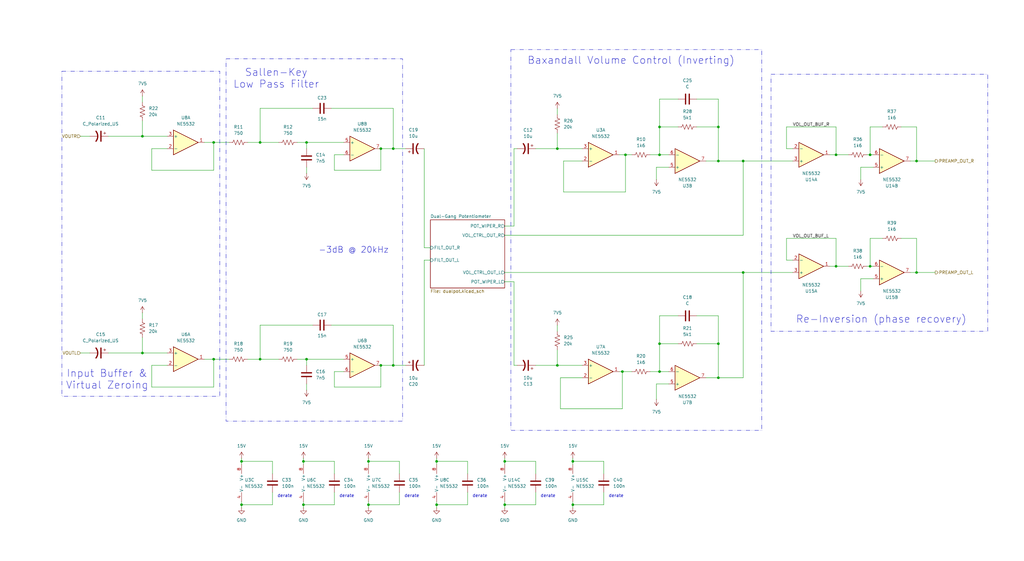
<source format=kicad_sch>
(kicad_sch (version 20231120) (generator "eeschema") (generator_version "8.0")
  (paper "User" 420 230)
  (lib_symbols
    (symbol "Amplifier_Operational:NE5532" (pin_names (offset 0.127))
      (property "Reference" "U" (at 0 5.08 0))
      (property "Value" "NE5532" (at 0 -5.08 0))
      (symbol "NE5532_1_1"
        (polyline (pts (xy -5.08 5.08) (xy 5.08 0) (xy -5.08 -5.08) (xy -5.08 5.08)) (stroke (width 0.254)) (fill (type background)))
        (pin output line (at 7.62 0 180) (length 2.54) (name "~") (number "1"))
        (pin input line (at -7.62 -2.54 0) (length 2.54) (name "-") (number "2"))
        (pin input line (at -7.62 2.54 0) (length 2.54) (name "+") (number "3"))
      )
      (symbol "NE5532_2_1"
        (polyline (pts (xy -5.08 5.08) (xy 5.08 0) (xy -5.08 -5.08) (xy -5.08 5.08)) (stroke (width 0.254)) (fill (type background)))
        (pin input line (at -7.62 2.54 0) (length 2.54) (name "+") (number "5"))
        (pin input line (at -7.62 -2.54 0) (length 2.54) (name "-") (number "6"))
        (pin output line (at 7.62 0 180) (length 2.54) (name "~") (number "7"))
      )
      (symbol "NE5532_3_1"
        (pin power_in line (at -2.54 -7.62 90) (length 3.81) (name "V-") (number "4"))
        (pin power_in line (at -2.54 7.62 270) (length 3.81) (name "V+") (number "8"))
      )
    )
    (symbol "Device:C" (pin_numbers hide) (pin_names (offset 0.254))
      (property "Reference" "C" (at 0.635 2.54 0))
      (property "Value" "C" (at 0.635 -2.54 0))
      (symbol "C_0_1"
        (polyline (pts (xy -2.032 -0.762) (xy 2.032 -0.762)) (stroke (width 0.508)))
        (polyline (pts (xy -2.032 0.762) (xy 2.032 0.762)) (stroke (width 0.508)))
      )
      (symbol "C_1_1"
        (pin passive line (at 0 3.81 270) (length 2.794) (name "~") (number "1"))
        (pin passive line (at 0 -3.81 90) (length 2.794) (name "~") (number "2"))
      )
    )
    (symbol "Device:C_Polarized_US" (pin_numbers hide) (pin_names (offset 0.254) hide)
      (property "Reference" "C" (at 0.635 2.54 0))
      (property "Value" "C_Polarized_US" (at 0.635 -2.54 0))
      (symbol "C_Polarized_US_0_1"
        (polyline (pts (xy -2.032 0.762) (xy 2.032 0.762)) (stroke (width 0.508)))
        (polyline (pts (xy -1.778 2.286) (xy -0.762 2.286)))
        (polyline (pts (xy -1.27 1.778) (xy -1.27 2.794)))
        (arc (start 2.032 -1.27) (mid 0 -0.5572) (end -2.032 -1.27) (stroke (width 0.508)))
      )
      (symbol "C_Polarized_US_1_1"
        (pin passive line (at 0 3.81 270) (length 2.794) (name "~") (number "1"))
        (pin passive line (at 0 -3.81 90) (length 3.302) (name "~") (number "2"))
      )
    )
    (symbol "Device:R_US" (pin_numbers hide) (pin_names (offset 0))
      (property "Reference" "R" (at 2.54 0 90))
      (property "Value" "R_US" (at -2.54 0 90))
      (symbol "R_US_0_1"
        (polyline (pts (xy 0 -2.286) (xy 0 -2.54)))
        (polyline (pts (xy 0 2.286) (xy 0 2.54)))
        (polyline (pts (xy 0 -0.762) (xy 1.016 -1.143) (xy 0 -1.524) (xy -1.016 -1.905) (xy 0 -2.286)))
        (polyline (pts (xy 0 0.762) (xy 1.016 0.381) (xy 0 0) (xy -1.016 -0.381) (xy 0 -0.762)))
        (polyline (pts (xy 0 2.286) (xy 1.016 1.905) (xy 0 1.524) (xy -1.016 1.143) (xy 0 0.762)))
      )
      (symbol "R_US_1_1"
        (pin passive line (at 0 3.81 270) (length 1.27) (name "~") (number "1"))
        (pin passive line (at 0 -3.81 90) (length 1.27) (name "~") (number "2"))
      )
    )
    (symbol "power:+15V" (power) (pin_numbers hide) (pin_names (offset 0) hide)
      (property "Value" "+15V" (at 0 3.556 0))
      (symbol "+15V_0_1"
        (polyline (pts (xy -0.762 1.27) (xy 0 2.54)))
        (polyline (pts (xy 0 0) (xy 0 2.54)))
        (polyline (pts (xy 0 2.54) (xy 0.762 1.27)))
      )
      (symbol "+15V_1_1"
        (pin power_in line (at 0 0 90) (length 0) (name "~") (number "1"))
      )
    )
    (symbol "power:GND" (power) (pin_numbers hide) (pin_names (offset 0) hide)
      (property "Value" "GND" (at 0 -3.81 0))
      (symbol "GND_0_1"
        (polyline (pts (xy 0 0) (xy 0 -1.27) (xy 1.27 -1.27) (xy 0 -2.54) (xy -1.27 -1.27) (xy 0 -1.27)))
      )
      (symbol "GND_1_1"
        (pin power_in line (at 0 0 270) (length 0) (name "~") (number "1"))
      )
    )
    (symbol "power:VCC" (power) (pin_numbers hide) (pin_names (offset 0) hide)
      (property "Value" "VCC" (at 0 3.556 0))
      (symbol "VCC_0_1"
        (polyline (pts (xy -0.762 1.27) (xy 0 2.54)))
        (polyline (pts (xy 0 0) (xy 0 2.54)))
        (polyline (pts (xy 0 2.54) (xy 0.762 1.27)))
      )
      (symbol "VCC_1_1"
        (pin power_in line (at 0 0 90) (length 0) (name "~") (number "1"))
      )
    )
  )
  (junction (at 342.9 109.22))
  (junction (at 161.29 149.86))
  (junction (at 256.54 63.5))
  (junction (at 228.6 149.86))
  (junction (at 106.68 58.42))
  (junction (at 58.42 55.88))
  (junction (at 58.42 144.78))
  (junction (at 294.64 140.97))
  (junction (at 294.64 154.94))
  (junction (at 228.6 60.96))
  (junction (at 304.8 111.76))
  (junction (at 87.63 58.42))
  (junction (at 255.27 152.4))
  (junction (at 270.51 140.97))
  (junction (at 304.8 66.04))
  (junction (at 156.21 149.86))
  (junction (at 294.64 66.04))
  (junction (at 87.63 147.32))
  (junction (at 375.92 111.76))
  (junction (at 270.51 152.4))
  (junction (at 179.07 207.01))
  (junction (at 207.01 207.01))
  (junction (at 124.46 207.01))
  (junction (at 342.9 63.5))
  (junction (at 106.68 147.32))
  (junction (at 151.13 189.23))
  (junction (at 294.64 52.07))
  (junction (at 99.06 207.01))
  (junction (at 270.51 52.07))
  (junction (at 125.73 147.32))
  (junction (at 124.46 189.23))
  (junction (at 161.29 60.96))
  (junction (at 234.95 189.23))
  (junction (at 156.21 60.96))
  (junction (at 375.92 66.04))
  (junction (at 151.13 207.01))
  (junction (at 207.01 189.23))
  (junction (at 125.73 58.42))
  (junction (at 356.87 63.5))
  (junction (at 270.51 63.5))
  (junction (at 179.07 189.23))
  (junction (at 234.95 207.01))
  (junction (at 356.87 109.22))
  (junction (at 99.06 189.23))
  (wire (pts (xy 355.6 63.5) (xy 356.87 63.5)))
  (wire (pts (xy 294.64 154.94) (xy 289.56 154.94)))
  (wire (pts (xy 101.6 58.42) (xy 106.68 58.42)))
  (wire (pts (xy 234.95 187.96) (xy 234.95 189.23)))
  (wire (pts (xy 161.29 60.96) (xy 161.29 44.45)))
  (wire (pts (xy 356.87 109.22) (xy 358.14 109.22)))
  (wire (pts (xy 238.76 66.04) (xy 231.14 66.04)))
  (wire (pts (xy 58.42 55.88) (xy 68.58 55.88)))
  (wire (pts (xy 304.8 96.52) (xy 207.01 96.52)))
  (wire (pts (xy 356.87 52.07) (xy 361.95 52.07)))
  (wire (pts (xy 270.51 63.5) (xy 274.32 63.5)))
  (wire (pts (xy 87.63 58.42) (xy 93.98 58.42)))
  (wire (pts (xy 106.68 133.35) (xy 106.68 147.32)))
  (wire (pts (xy 228.6 149.86) (xy 228.6 143.51)))
  (wire (pts (xy 285.75 40.64) (xy 294.64 40.64)))
  (wire (pts (xy 353.06 73.66) (xy 353.06 68.58)))
  (wire (pts (xy 125.73 157.48) (xy 125.73 160.02)))
  (wire (pts (xy 270.51 152.4) (xy 270.51 140.97)))
  (wire (pts (xy 68.58 149.86) (xy 62.23 149.86)))
  (wire (pts (xy 33.02 55.88) (xy 36.83 55.88)))
  (wire (pts (xy 369.57 97.79) (xy 375.92 97.79)))
  (wire (pts (xy 87.63 147.32) (xy 83.82 147.32)))
  (wire (pts (xy 207.01 187.96) (xy 207.01 189.23)))
  (wire (pts (xy 294.64 52.07) (xy 294.64 66.04)))
  (wire (pts (xy 179.07 187.96) (xy 179.07 189.23)))
  (wire (pts (xy 355.6 109.22) (xy 356.87 109.22)))
  (wire (pts (xy 173.99 106.68) (xy 173.99 149.86)))
  (wire (pts (xy 356.87 97.79) (xy 361.95 97.79)))
  (wire (pts (xy 270.51 129.54) (xy 278.13 129.54)))
  (wire (pts (xy 210.82 60.96) (xy 210.82 92.71)))
  (wire (pts (xy 342.9 63.5) (xy 340.36 63.5)))
  (wire (pts (xy 111.76 207.01) (xy 99.06 207.01)))
  (wire (pts (xy 137.16 69.85) (xy 156.21 69.85)))
  (wire (pts (xy 266.7 63.5) (xy 270.51 63.5)))
  (wire (pts (xy 294.64 140.97) (xy 294.64 154.94)))
  (wire (pts (xy 219.71 60.96) (xy 228.6 60.96)))
  (wire (pts (xy 179.07 189.23) (xy 191.77 189.23)))
  (wire (pts (xy 87.63 58.42) (xy 83.82 58.42)))
  (wire (pts (xy 87.63 158.75) (xy 87.63 147.32)))
  (wire (pts (xy 269.24 163.83) (xy 269.24 157.48)))
  (wire (pts (xy 137.16 207.01) (xy 124.46 207.01)))
  (wire (pts (xy 106.68 147.32) (xy 114.3 147.32)))
  (wire (pts (xy 106.68 44.45) (xy 106.68 58.42)))
  (wire (pts (xy 191.77 189.23) (xy 191.77 194.31)))
  (wire (pts (xy 342.9 52.07) (xy 342.9 63.5)))
  (wire (pts (xy 255.27 167.64) (xy 255.27 152.4)))
  (wire (pts (xy 238.76 154.94) (xy 229.87 154.94)))
  (wire (pts (xy 375.92 111.76) (xy 383.54 111.76)))
  (wire (pts (xy 270.51 40.64) (xy 278.13 40.64)))
  (wire (pts (xy 33.02 144.78) (xy 36.83 144.78)))
  (wire (pts (xy 191.77 201.93) (xy 191.77 207.01)))
  (wire (pts (xy 375.92 111.76) (xy 373.38 111.76)))
  (wire (pts (xy 161.29 133.35) (xy 135.89 133.35)))
  (wire (pts (xy 219.71 207.01) (xy 207.01 207.01)))
  (wire (pts (xy 62.23 149.86) (xy 62.23 158.75)))
  (wire (pts (xy 161.29 149.86) (xy 161.29 133.35)))
  (wire (pts (xy 353.06 114.3) (xy 358.14 114.3)))
  (wire (pts (xy 304.8 154.94) (xy 304.8 111.76)))
  (wire (pts (xy 111.76 189.23) (xy 111.76 194.31)))
  (wire (pts (xy 353.06 68.58) (xy 358.14 68.58)))
  (wire (pts (xy 269.24 73.66) (xy 269.24 68.58)))
  (wire (pts (xy 304.8 111.76) (xy 325.12 111.76)))
  (wire (pts (xy 228.6 60.96) (xy 238.76 60.96)))
  (wire (pts (xy 269.24 68.58) (xy 274.32 68.58)))
  (wire (pts (xy 266.7 152.4) (xy 270.51 152.4)))
  (wire (pts (xy 254 152.4) (xy 255.27 152.4)))
  (wire (pts (xy 179.07 207.01) (xy 179.07 205.74)))
  (wire (pts (xy 140.97 152.4) (xy 137.16 152.4)))
  (wire (pts (xy 254 63.5) (xy 256.54 63.5)))
  (wire (pts (xy 87.63 69.85) (xy 87.63 58.42)))
  (wire (pts (xy 44.45 55.88) (xy 58.42 55.88)))
  (wire (pts (xy 255.27 152.4) (xy 259.08 152.4)))
  (wire (pts (xy 228.6 60.96) (xy 228.6 54.61)))
  (wire (pts (xy 256.54 78.74) (xy 256.54 63.5)))
  (wire (pts (xy 234.95 207.01) (xy 234.95 205.74)))
  (wire (pts (xy 322.58 106.68) (xy 322.58 97.79)))
  (wire (pts (xy 294.64 129.54) (xy 294.64 140.97)))
  (wire (pts (xy 137.16 189.23) (xy 137.16 194.31)))
  (wire (pts (xy 269.24 157.48) (xy 274.32 157.48)))
  (wire (pts (xy 163.83 207.01) (xy 151.13 207.01)))
  (wire (pts (xy 156.21 60.96) (xy 161.29 60.96)))
  (wire (pts (xy 99.06 207.01) (xy 99.06 205.74)))
  (wire (pts (xy 247.65 201.93) (xy 247.65 207.01)))
  (wire (pts (xy 219.71 201.93) (xy 219.71 207.01)))
  (wire (pts (xy 156.21 69.85) (xy 156.21 60.96)))
  (wire (pts (xy 353.06 119.38) (xy 353.06 114.3)))
  (wire (pts (xy 304.8 66.04) (xy 325.12 66.04)))
  (wire (pts (xy 234.95 189.23) (xy 234.95 190.5)))
  (wire (pts (xy 179.07 189.23) (xy 179.07 190.5)))
  (wire (pts (xy 231.14 78.74) (xy 256.54 78.74)))
  (wire (pts (xy 270.51 140.97) (xy 278.13 140.97)))
  (wire (pts (xy 121.92 147.32) (xy 125.73 147.32)))
  (wire (pts (xy 375.92 66.04) (xy 383.54 66.04)))
  (wire (pts (xy 44.45 144.78) (xy 58.42 144.78)))
  (wire (pts (xy 68.58 60.96) (xy 62.23 60.96)))
  (wire (pts (xy 294.64 154.94) (xy 304.8 154.94)))
  (wire (pts (xy 161.29 149.86) (xy 166.37 149.86)))
  (wire (pts (xy 270.51 52.07) (xy 270.51 40.64)))
  (wire (pts (xy 99.06 189.23) (xy 99.06 190.5)))
  (wire (pts (xy 207.01 207.01) (xy 207.01 205.74)))
  (wire (pts (xy 356.87 109.22) (xy 356.87 97.79)))
  (wire (pts (xy 369.57 52.07) (xy 375.92 52.07)))
  (wire (pts (xy 207.01 115.57) (xy 210.82 115.57)))
  (wire (pts (xy 121.92 58.42) (xy 125.73 58.42)))
  (wire (pts (xy 207.01 189.23) (xy 207.01 190.5)))
  (wire (pts (xy 99.06 189.23) (xy 111.76 189.23)))
  (wire (pts (xy 322.58 52.07) (xy 342.9 52.07)))
  (wire (pts (xy 375.92 66.04) (xy 373.38 66.04)))
  (wire (pts (xy 101.6 147.32) (xy 106.68 147.32)))
  (wire (pts (xy 342.9 63.5) (xy 347.98 63.5)))
  (wire (pts (xy 212.09 60.96) (xy 210.82 60.96)))
  (wire (pts (xy 229.87 167.64) (xy 255.27 167.64)))
  (wire (pts (xy 62.23 69.85) (xy 87.63 69.85)))
  (wire (pts (xy 125.73 147.32) (xy 140.97 147.32)))
  (wire (pts (xy 176.53 101.6) (xy 173.99 101.6)))
  (wire (pts (xy 270.51 152.4) (xy 274.32 152.4)))
  (wire (pts (xy 137.16 158.75) (xy 156.21 158.75)))
  (wire (pts (xy 207.01 208.28) (xy 207.01 207.01)))
  (wire (pts (xy 342.9 97.79) (xy 342.9 109.22)))
  (wire (pts (xy 125.73 58.42) (xy 140.97 58.42)))
  (wire (pts (xy 140.97 63.5) (xy 137.16 63.5)))
  (wire (pts (xy 179.07 208.28) (xy 179.07 207.01)))
  (wire (pts (xy 125.73 147.32) (xy 125.73 149.86)))
  (wire (pts (xy 228.6 133.35) (xy 228.6 135.89)))
  (wire (pts (xy 58.42 128.27) (xy 58.42 130.81)))
  (wire (pts (xy 322.58 97.79) (xy 342.9 97.79)))
  (wire (pts (xy 304.8 111.76) (xy 207.01 111.76)))
  (wire (pts (xy 342.9 109.22) (xy 340.36 109.22)))
  (wire (pts (xy 207.01 189.23) (xy 219.71 189.23)))
  (wire (pts (xy 325.12 106.68) (xy 322.58 106.68)))
  (wire (pts (xy 176.53 106.68) (xy 173.99 106.68)))
  (wire (pts (xy 161.29 60.96) (xy 166.37 60.96)))
  (wire (pts (xy 62.23 60.96) (xy 62.23 69.85)))
  (wire (pts (xy 137.16 201.93) (xy 137.16 207.01)))
  (wire (pts (xy 151.13 208.28) (xy 151.13 207.01)))
  (wire (pts (xy 137.16 63.5) (xy 137.16 69.85)))
  (wire (pts (xy 99.06 208.28) (xy 99.06 207.01)))
  (wire (pts (xy 210.82 149.86) (xy 212.09 149.86)))
  (wire (pts (xy 210.82 149.86) (xy 210.82 115.57)))
  (wire (pts (xy 294.64 66.04) (xy 289.56 66.04)))
  (wire (pts (xy 285.75 129.54) (xy 294.64 129.54)))
  (wire (pts (xy 270.51 63.5) (xy 270.51 52.07)))
  (wire (pts (xy 304.8 66.04) (xy 304.8 96.52)))
  (wire (pts (xy 163.83 189.23) (xy 163.83 194.31)))
  (wire (pts (xy 375.92 97.79) (xy 375.92 111.76)))
  (wire (pts (xy 294.64 66.04) (xy 304.8 66.04)))
  (wire (pts (xy 125.73 58.42) (xy 125.73 60.96)))
  (wire (pts (xy 137.16 152.4) (xy 137.16 158.75)))
  (wire (pts (xy 285.75 140.97) (xy 294.64 140.97)))
  (wire (pts (xy 228.6 44.45) (xy 228.6 46.99)))
  (wire (pts (xy 219.71 189.23) (xy 219.71 194.31)))
  (wire (pts (xy 58.42 144.78) (xy 68.58 144.78)))
  (wire (pts (xy 58.42 39.37) (xy 58.42 41.91)))
  (wire (pts (xy 151.13 207.01) (xy 151.13 205.74)))
  (wire (pts (xy 270.51 52.07) (xy 278.13 52.07)))
  (wire (pts (xy 356.87 63.5) (xy 358.14 63.5)))
  (wire (pts (xy 234.95 189.23) (xy 247.65 189.23)))
  (wire (pts (xy 151.13 189.23) (xy 151.13 190.5)))
  (wire (pts (xy 270.51 140.97) (xy 270.51 129.54)))
  (wire (pts (xy 156.21 158.75) (xy 156.21 149.86)))
  (wire (pts (xy 128.27 44.45) (xy 106.68 44.45)))
  (wire (pts (xy 99.06 187.96) (xy 99.06 189.23)))
  (wire (pts (xy 87.63 147.32) (xy 93.98 147.32)))
  (wire (pts (xy 124.46 187.96) (xy 124.46 189.23)))
  (wire (pts (xy 325.12 60.96) (xy 322.58 60.96)))
  (wire (pts (xy 207.01 92.71) (xy 210.82 92.71)))
  (wire (pts (xy 151.13 187.96) (xy 151.13 189.23)))
  (wire (pts (xy 231.14 66.04) (xy 231.14 78.74)))
  (wire (pts (xy 124.46 189.23) (xy 124.46 190.5)))
  (wire (pts (xy 191.77 207.01) (xy 179.07 207.01)))
  (wire (pts (xy 111.76 201.93) (xy 111.76 207.01)))
  (wire (pts (xy 285.75 52.07) (xy 294.64 52.07)))
  (wire (pts (xy 58.42 55.88) (xy 58.42 49.53)))
  (wire (pts (xy 124.46 207.01) (xy 124.46 205.74)))
  (wire (pts (xy 125.73 68.58) (xy 125.73 71.12)))
  (wire (pts (xy 375.92 52.07) (xy 375.92 66.04)))
  (wire (pts (xy 229.87 154.94) (xy 229.87 167.64)))
  (wire (pts (xy 247.65 207.01) (xy 234.95 207.01)))
  (wire (pts (xy 58.42 144.78) (xy 58.42 138.43)))
  (wire (pts (xy 234.95 208.28) (xy 234.95 207.01)))
  (wire (pts (xy 124.46 189.23) (xy 137.16 189.23)))
  (wire (pts (xy 124.46 208.28) (xy 124.46 207.01)))
  (wire (pts (xy 62.23 158.75) (xy 87.63 158.75)))
  (wire (pts (xy 256.54 63.5) (xy 259.08 63.5)))
  (wire (pts (xy 156.21 149.86) (xy 161.29 149.86)))
  (wire (pts (xy 228.6 149.86) (xy 219.71 149.86)))
  (wire (pts (xy 151.13 189.23) (xy 163.83 189.23)))
  (wire (pts (xy 294.64 40.64) (xy 294.64 52.07)))
  (wire (pts (xy 247.65 189.23) (xy 247.65 194.31)))
  (wire (pts (xy 342.9 109.22) (xy 347.98 109.22)))
  (wire (pts (xy 356.87 63.5) (xy 356.87 52.07)))
  (wire (pts (xy 322.58 60.96) (xy 322.58 52.07)))
  (wire (pts (xy 128.27 133.35) (xy 106.68 133.35)))
  (wire (pts (xy 161.29 44.45) (xy 135.89 44.45)))
  (wire (pts (xy 173.99 101.6) (xy 173.99 60.96)))
  (wire (pts (xy 163.83 201.93) (xy 163.83 207.01)))
  (wire (pts (xy 238.76 149.86) (xy 228.6 149.86)))
  (wire (pts (xy 106.68 58.42) (xy 114.3 58.42)))
  (rectangle (start 92.71 24.13) (end 165.1 172.72) (stroke (width 0) (type dash_dot_dot)))
  (rectangle (start 209.55 20.32) (end 312.42 176.53) (stroke (width 0) (type dash_dot_dot)))
  (rectangle (start 25.4 29.21) (end 90.17 162.56) (stroke (width 0) (type dash_dot_dot)))
  (rectangle (start 316.23 30.48) (end 405.13 135.89) (stroke (width 0) (type dash_dot_dot)))
  (text "Re-Inversion (phase recovery)\n" (at 361.442 131.064 0) (effects (font (size 3 3))))
  (text "derate" (at 142.24 203.454 0) (effects (font (size 1.27 1.27))))
  (text "derate" (at 252.73 203.454 0) (effects (font (size 1.27 1.27))))
  (text "derate" (at 224.79 203.454 0) (effects (font (size 1.27 1.27))))
  (text "derate" (at 116.84 203.454 0) (effects (font (size 1.27 1.27))))
  (text "derate" (at 196.85 203.454 0) (effects (font (size 1.27 1.27))))
  (text "-3dB @ 20kHz" (at 145.034 102.616 0) (effects (font (size 2.5 2.5))))
  (text "Baxandall Volume Control (Inverting)" (at 258.826 24.892 0) (effects (font (size 3 3))))
  (text "derate" (at 168.91 203.454 0) (effects (font (size 1.27 1.27))))
  (text "Sallen-Key\nLow Pass Filter" (at 113.284 32.258 0) (effects (font (size 3 3))))
  (text "Input Buffer &\nVirtual Zeroing" (at 43.942 155.702 0) (effects (font (size 3 3))))
  (label "VOL_OUT_BUF_L" (at 325.12 97.79 0))
  (label "VOL_OUT_BUF_R" (at 325.12 52.07 0))
  (hierarchical_label "PREAMP_OUT_R" (shape output) (at 383.54 66.04 0))
  (hierarchical_label "VOUTL" (shape input) (at 33.02 144.78 180))
  (hierarchical_label "VOUTR" (shape input) (at 33.02 55.88 180))
  (hierarchical_label "PREAMP_OUT_L" (shape output) (at 383.54 111.76 0))
  (symbol (lib_id "Device:R_US") (at 97.79 147.32 90) (unit 1)
    (property "Reference" "R18" (at 97.79 140.97 90))
    (property "Value" "750" (at 97.79 143.51 90))
    (property "Description" "Resistor, US symbol" (effects (hide yes)))
  )
  (symbol (lib_id "power:VCC") (at 353.06 73.66 180) (unit 1)
    (property "Reference" "#PWR069" (effects (hide yes)))
    (property "Value" "7V5" (at 353.06 78.74 0))
    (property "Description" "Power symbol creates a global label with name \"VCC\"" (effects (hide yes)))
  )
  (symbol (lib_id "Device:R_US") (at 58.42 134.62 0) (unit 1)
    (property "Reference" "R17" (at 60.96 133.3499 0) (effects (justify left)))
    (property "Value" "20k" (at 60.96 135.8899 0) (effects (justify left)))
    (property "Description" "Resistor, US symbol" (effects (hide yes)))
  )
  (symbol (lib_id "Amplifier_Operational:NE5532") (at 332.74 109.22 0) (mirror x) (unit 1)
    (property "Reference" "U15" (at 332.74 119.38 0))
    (property "Value" "NE5532" (at 332.74 116.84 0))
    (property "Datasheet" "http://www.ti.com/lit/ds/symlink/ne5532.pdf" (effects (hide yes)))
    (property "Description" "Dual Low-Noise Operational Amplifiers, DIP-8/SOIC-8" (effects (hide yes)))
  )
  (symbol (lib_id "power:VCC") (at 353.06 119.38 180) (unit 1)
    (property "Reference" "#PWR072" (effects (hide yes)))
    (property "Value" "7V5" (at 353.06 124.46 0))
    (property "Description" "Power symbol creates a global label with name \"VCC\"" (effects (hide yes)))
  )
  (symbol (lib_id "Device:C") (at 137.16 198.12 0) (unit 1)
    (property "Reference" "C34" (at 140.97 196.8499 0) (effects (justify left)))
    (property "Value" "100n" (at 140.97 199.3899 0) (effects (justify left)))
    (property "Footprint" "Capacitor_SMD:C_0805_2012Metric_Pad1.18x1.45mm_HandSolder" (effects (hide yes)))
    (property "Description" "Unpolarized capacitor" (effects (hide yes)))
  )
  (symbol (lib_id "Amplifier_Operational:NE5532") (at 181.61 198.12 0) (unit 3)
    (property "Reference" "U8" (at 180.34 196.8499 0) (effects (justify left)))
    (property "Value" "NE5532" (at 180.34 199.3899 0) (effects (justify left)))
    (property "Footprint" "Package_SO:SOIC-8_3.9x4.9mm_P1.27mm" (effects (hide yes)))
    (property "Datasheet" "http://www.ti.com/lit/ds/symlink/ne5532.pdf" (effects (hide yes)))
    (property "Description" "Dual Low-Noise Operational Amplifiers, DIP-8/SOIC-8" (effects (hide yes)))
  )
  (symbol (lib_id "Device:C") (at 125.73 153.67 0) (unit 1)
    (property "Reference" "C16" (at 129.54 152.3999 0) (effects (justify left)))
    (property "Value" "7n5" (at 129.54 154.9399 0) (effects (justify left)))
    (property "Description" "Unpolarized capacitor" (effects (hide yes)))
  )
  (symbol (lib_id "Device:R_US") (at 281.94 140.97 90) (unit 1)
    (property "Reference" "R21" (at 281.94 134.62 90))
    (property "Value" "5k1" (at 281.94 137.16 90))
    (property "Description" "Resistor, US symbol" (effects (hide yes)))
  )
  (symbol (lib_id "Device:R_US") (at 351.79 109.22 90) (unit 1)
    (property "Reference" "R38" (at 351.79 102.87 90))
    (property "Value" "1k6" (at 351.79 105.41 90))
    (property "Description" "Resistor, US symbol" (effects (hide yes)))
  )
  (symbol (lib_id "Amplifier_Operational:NE5532") (at 332.74 63.5 0) (mirror x) (unit 1)
    (property "Reference" "U14" (at 332.74 73.66 0))
    (property "Value" "NE5532" (at 332.74 71.12 0))
    (property "Datasheet" "http://www.ti.com/lit/ds/symlink/ne5532.pdf" (effects (hide yes)))
    (property "Description" "Dual Low-Noise Operational Amplifiers, DIP-8/SOIC-8" (effects (hide yes)))
  )
  (symbol (lib_id "power:GND") (at 179.07 208.28 0) (unit 1)
    (property "Reference" "#PWR062" (effects (hide yes)))
    (property "Value" "GND" (at 179.07 213.36 0))
    (property "Description" "Power symbol creates a global label with name \"GND\" , ground" (effects (hide yes)))
  )
  (symbol (lib_id "Amplifier_Operational:NE5532") (at 209.55 198.12 0) (unit 3)
    (property "Reference" "U14" (at 208.28 196.8499 0) (effects (justify left)))
    (property "Value" "NE5532" (at 208.28 199.3899 0) (effects (justify left)))
    (property "Footprint" "Package_SO:SOIC-8_3.9x4.9mm_P1.27mm" (effects (hide yes)))
    (property "Datasheet" "http://www.ti.com/lit/ds/symlink/ne5532.pdf" (effects (hide yes)))
    (property "Description" "Dual Low-Noise Operational Amplifiers, DIP-8/SOIC-8" (effects (hide yes)))
  )
  (symbol (lib_id "Amplifier_Operational:NE5532") (at 246.38 63.5 0) (unit 1)
    (property "Reference" "U3" (at 246.38 53.34 0))
    (property "Value" "NE5532" (at 246.38 55.88 0))
    (property "Footprint" "Package_SO:SOIC-8_3.9x4.9mm_P1.27mm" (effects (hide yes)))
    (property "Datasheet" "http://www.ti.com/lit/ds/symlink/ne5532.pdf" (effects (hide yes)))
    (property "Description" "Dual Low-Noise Operational Amplifiers, DIP-8/SOIC-8" (effects (hide yes)))
  )
  (symbol (lib_id "Device:R_US") (at 351.79 63.5 90) (unit 1)
    (property "Reference" "R36" (at 351.79 57.15 90))
    (property "Value" "1k6" (at 351.79 59.69 90))
    (property "Description" "Resistor, US symbol" (effects (hide yes)))
  )
  (symbol (lib_id "Device:R_US") (at 281.94 52.07 90) (unit 1)
    (property "Reference" "R28" (at 281.94 45.72 90))
    (property "Value" "5k1" (at 281.94 48.26 90))
    (property "Description" "Resistor, US symbol" (effects (hide yes)))
  )
  (symbol (lib_id "Amplifier_Operational:NE5532") (at 148.59 60.96 0) (unit 2)
    (property "Reference" "U8" (at 148.59 50.8 0))
    (property "Value" "NE5532" (at 148.59 53.34 0))
    (property "Footprint" "Package_SO:SOIC-8_3.9x4.9mm_P1.27mm" (effects (hide yes)))
    (property "Datasheet" "http://www.ti.com/lit/ds/symlink/ne5532.pdf" (effects (hide yes)))
    (property "Description" "Dual Low-Noise Operational Amplifiers, DIP-8/SOIC-8" (effects (hide yes)))
  )
  (symbol (lib_id "power:VCC") (at 58.42 128.27 0) (unit 1)
    (property "Reference" "#PWR024" (effects (hide yes)))
    (property "Value" "7V5" (at 58.42 123.19 0))
    (property "Description" "Power symbol creates a global label with name \"VCC\"" (effects (hide yes)))
  )
  (symbol (lib_id "power:GND") (at 124.46 208.28 0) (unit 1)
    (property "Reference" "#PWR058" (effects (hide yes)))
    (property "Value" "GND" (at 124.46 213.36 0))
    (property "Description" "Power symbol creates a global label with name \"GND\" , ground" (effects (hide yes)))
  )
  (symbol (lib_id "Device:C") (at 125.73 64.77 0) (unit 1)
    (property "Reference" "C14" (at 129.54 63.4999 0) (effects (justify left)))
    (property "Value" "7n5" (at 129.54 66.0399 0) (effects (justify left)))
    (property "Description" "Unpolarized capacitor" (effects (hide yes)))
  )
  (symbol (lib_id "power:GND") (at 234.95 208.28 0) (unit 1)
    (property "Reference" "#PWR074" (effects (hide yes)))
    (property "Value" "GND" (at 234.95 213.36 0))
    (property "Description" "Power symbol creates a global label with name \"GND\" , ground" (effects (hide yes)))
  )
  (symbol (lib_id "Amplifier_Operational:NE5532") (at 281.94 66.04 0) (mirror x) (unit 2)
    (property "Reference" "U3" (at 281.94 76.2 0))
    (property "Value" "NE5532" (at 281.94 73.66 0))
    (property "Footprint" "Package_SO:SOIC-8_3.9x4.9mm_P1.27mm" (effects (hide yes)))
    (property "Datasheet" "http://www.ti.com/lit/ds/symlink/ne5532.pdf" (effects (hide yes)))
    (property "Description" "Dual Low-Noise Operational Amplifiers, DIP-8/SOIC-8" (effects (hide yes)))
  )
  (symbol (lib_id "power:GND") (at 99.06 208.28 0) (unit 1)
    (property "Reference" "#PWR056" (effects (hide yes)))
    (property "Value" "GND" (at 99.06 213.36 0))
    (property "Description" "Power symbol creates a global label with name \"GND\" , ground" (effects (hide yes)))
  )
  (symbol (lib_id "power:VCC") (at 58.42 39.37 0) (unit 1)
    (property "Reference" "#PWR023" (effects (hide yes)))
    (property "Value" "7V5" (at 58.42 34.29 0))
    (property "Description" "Power symbol creates a global label with name \"VCC\"" (effects (hide yes)))
  )
  (symbol (lib_id "Device:R_US") (at 228.6 50.8 0) (unit 1)
    (property "Reference" "R26" (at 231.14 49.5299 0) (effects (justify left)))
    (property "Value" "20k" (at 231.14 52.0699 0) (effects (justify left)))
    (property "Description" "Resistor, US symbol" (effects (hide yes)))
  )
  (symbol (lib_id "power:VCC") (at 125.73 160.02 180) (unit 1)
    (property "Reference" "#PWR025" (effects (hide yes)))
    (property "Value" "7V5" (at 125.73 165.1 0))
    (property "Description" "Power symbol creates a global label with name \"VCC\"" (effects (hide yes)))
  )
  (symbol (lib_id "Device:R_US") (at 365.76 52.07 90) (unit 1)
    (property "Reference" "R37" (at 365.76 45.72 90))
    (property "Value" "1k6" (at 365.76 48.26 90))
    (property "Description" "Resistor, US symbol" (effects (hide yes)))
  )
  (symbol (lib_id "Device:C_Polarized_US") (at 40.64 55.88 270) (unit 1)
    (property "Reference" "C11" (at 41.275 48.26 90))
    (property "Value" "C_Polarized_US" (at 41.275 50.8 90))
    (property "Description" "Polarized capacitor, US symbol" (effects (hide yes)))
  )
  (symbol (lib_id "Device:C_Polarized_US") (at 215.9 149.86 270) (mirror x) (unit 1)
    (property "Reference" "C13" (at 216.535 157.48 90))
    (property "Value" "10u" (at 216.535 154.94 90))
    (property "Description" "Polarized capacitor, US symbol" (effects (hide yes)))
  )
  (symbol (lib_id "Device:C") (at 132.08 44.45 90) (unit 1)
    (property "Reference" "C23" (at 132.08 40.132 90))
    (property "Value" "15n" (at 132.08 48.768 90))
    (property "Description" "Unpolarized capacitor" (effects (hide yes)))
  )
  (symbol (lib_id "Device:C") (at 191.77 198.12 0) (unit 1)
    (property "Reference" "C36" (at 195.58 196.8499 0) (effects (justify left)))
    (property "Value" "100n" (at 195.58 199.3899 0) (effects (justify left)))
    (property "Footprint" "Capacitor_SMD:C_0805_2012Metric_Pad1.18x1.45mm_HandSolder" (effects (hide yes)))
    (property "Description" "Unpolarized capacitor" (effects (hide yes)))
  )
  (symbol (lib_id "power:GND") (at 151.13 208.28 0) (unit 1)
    (property "Reference" "#PWR060" (effects (hide yes)))
    (property "Value" "GND" (at 151.13 213.36 0))
    (property "Description" "Power symbol creates a global label with name \"GND\" , ground" (effects (hide yes)))
  )
  (symbol (lib_id "Amplifier_Operational:NE5532") (at 153.67 198.12 0) (unit 3)
    (property "Reference" "U7" (at 152.4 196.8499 0) (effects (justify left)))
    (property "Value" "NE5532" (at 152.4 199.3899 0) (effects (justify left)))
    (property "Footprint" "Package_SO:SOIC-8_3.9x4.9mm_P1.27mm" (effects (hide yes)))
    (property "Datasheet" "http://www.ti.com/lit/ds/symlink/ne5532.pdf" (effects (hide yes)))
    (property "Description" "Dual Low-Noise Operational Amplifiers, DIP-8/SOIC-8" (effects (hide yes)))
  )
  (symbol (lib_id "Device:C") (at 163.83 198.12 0) (unit 1)
    (property "Reference" "C35" (at 167.64 196.8499 0) (effects (justify left)))
    (property "Value" "100n" (at 167.64 199.3899 0) (effects (justify left)))
    (property "Footprint" "Capacitor_SMD:C_0805_2012Metric_Pad1.18x1.45mm_HandSolder" (effects (hide yes)))
    (property "Description" "Unpolarized capacitor" (effects (hide yes)))
  )
  (symbol (lib_id "power:+15V") (at 124.46 187.96 0) (unit 1)
    (property "Reference" "#PWR057" (effects (hide yes)))
    (property "Value" "15V" (at 124.46 182.88 0))
    (property "Description" "Power symbol creates a global label with name \"+15V\"" (effects (hide yes)))
  )
  (symbol (lib_id "Amplifier_Operational:NE5532") (at 365.76 66.04 0) (mirror x) (unit 2)
    (property "Reference" "U14" (at 365.76 76.2 0))
    (property "Value" "NE5532" (at 365.76 73.66 0))
    (property "Datasheet" "http://www.ti.com/lit/ds/symlink/ne5532.pdf" (effects (hide yes)))
    (property "Description" "Dual Low-Noise Operational Amplifiers, DIP-8/SOIC-8" (effects (hide yes)))
  )
  (symbol (lib_id "Device:R_US") (at 262.89 152.4 90) (unit 1)
    (property "Reference" "R20" (at 262.89 146.05 90))
    (property "Value" "1k6" (at 262.89 148.59 90))
    (property "Description" "Resistor, US symbol" (effects (hide yes)))
  )
  (symbol (lib_id "Device:R_US") (at 262.89 63.5 90) (unit 1)
    (property "Reference" "R10" (at 262.89 57.15 90))
    (property "Value" "1k6" (at 262.89 59.69 90))
    (property "Description" "Resistor, US symbol" (effects (hide yes)))
  )
  (symbol (lib_id "power:VCC") (at 228.6 44.45 0) (unit 1)
    (property "Reference" "#PWR029" (effects (hide yes)))
    (property "Value" "7V5" (at 228.6 39.37 0))
    (property "Description" "Power symbol creates a global label with name \"VCC\"" (effects (hide yes)))
  )
  (symbol (lib_id "power:GND") (at 207.01 208.28 0) (unit 1)
    (property "Reference" "#PWR071" (effects (hide yes)))
    (property "Value" "GND" (at 207.01 213.36 0))
    (property "Description" "Power symbol creates a global label with name \"GND\" , ground" (effects (hide yes)))
  )
  (symbol (lib_id "Device:C") (at 111.76 198.12 0) (unit 1)
    (property "Reference" "C33" (at 115.57 196.8499 0) (effects (justify left)))
    (property "Value" "100n" (at 115.57 199.3899 0) (effects (justify left)))
    (property "Footprint" "Capacitor_SMD:C_0805_2012Metric_Pad1.18x1.45mm_HandSolder" (effects (hide yes)))
    (property "Description" "Unpolarized capacitor" (effects (hide yes)))
  )
  (symbol (lib_id "power:VCC") (at 125.73 71.12 180) (unit 1)
    (property "Reference" "#PWR028" (effects (hide yes)))
    (property "Value" "7V5" (at 125.73 76.2 0))
    (property "Description" "Power symbol creates a global label with name \"VCC\"" (effects (hide yes)))
  )
  (symbol (lib_id "Device:C_Polarized_US") (at 40.64 144.78 270) (unit 1)
    (property "Reference" "C15" (at 41.275 137.16 90))
    (property "Value" "C_Polarized_US" (at 41.275 139.7 90))
    (property "Description" "Polarized capacitor, US symbol" (effects (hide yes)))
  )
  (symbol (lib_id "Device:C") (at 219.71 198.12 0) (unit 1)
    (property "Reference" "C39" (at 223.52 196.8499 0) (effects (justify left)))
    (property "Value" "100n" (at 223.52 199.3899 0) (effects (justify left)))
    (property "Footprint" "Capacitor_SMD:C_0805_2012Metric_Pad1.18x1.45mm_HandSolder" (effects (hide yes)))
    (property "Description" "Unpolarized capacitor" (effects (hide yes)))
  )
  (symbol (lib_id "Device:C_Polarized_US") (at 170.18 60.96 90) (unit 1)
    (property "Reference" "C19" (at 169.545 53.2512 90))
    (property "Value" "10u" (at 169.545 55.7912 90))
    (property "Description" "Polarized capacitor, US symbol" (effects (hide yes)))
  )
  (symbol (lib_id "Device:C") (at 132.08 133.35 90) (unit 1)
    (property "Reference" "C17" (at 132.08 129.032 90))
    (property "Value" "15n" (at 132.08 137.668 90))
    (property "Description" "Unpolarized capacitor" (effects (hide yes)))
  )
  (symbol (lib_id "power:VCC") (at 269.24 163.83 180) (unit 1)
    (property "Reference" "#PWR026" (effects (hide yes)))
    (property "Value" "7V5" (at 269.24 168.91 0))
    (property "Description" "Power symbol creates a global label with name \"VCC\"" (effects (hide yes)))
  )
  (symbol (lib_id "Amplifier_Operational:NE5532") (at 148.59 149.86 0) (unit 2)
    (property "Reference" "U6" (at 148.59 139.7 0))
    (property "Value" "NE5532" (at 148.59 142.24 0))
    (property "Footprint" "Package_SO:SOIC-8_3.9x4.9mm_P1.27mm" (effects (hide yes)))
    (property "Datasheet" "http://www.ti.com/lit/ds/symlink/ne5532.pdf" (effects (hide yes)))
    (property "Description" "Dual Low-Noise Operational Amplifiers, DIP-8/SOIC-8" (effects (hide yes)))
  )
  (symbol (lib_id "Amplifier_Operational:NE5532") (at 246.38 152.4 0) (unit 1)
    (property "Reference" "U7" (at 246.38 142.24 0))
    (property "Value" "NE5532" (at 246.38 144.78 0))
    (property "Footprint" "Package_SO:SOIC-8_3.9x4.9mm_P1.27mm" (effects (hide yes)))
    (property "Datasheet" "http://www.ti.com/lit/ds/symlink/ne5532.pdf" (effects (hide yes)))
    (property "Description" "Dual Low-Noise Operational Amplifiers, DIP-8/SOIC-8" (effects (hide yes)))
  )
  (symbol (lib_id "Amplifier_Operational:NE5532") (at 76.2 58.42 0) (unit 1)
    (property "Reference" "U8" (at 76.2 48.26 0))
    (property "Value" "NE5532" (at 76.2 50.8 0))
    (property "Footprint" "Package_SO:SOIC-8_3.9x4.9mm_P1.27mm" (effects (hide yes)))
    (property "Datasheet" "http://www.ti.com/lit/ds/symlink/ne5532.pdf" (effects (hide yes)))
    (property "Description" "Dual Low-Noise Operational Amplifiers, DIP-8/SOIC-8" (effects (hide yes)))
  )
  (symbol (lib_id "power:+15V") (at 151.13 187.96 0) (unit 1)
    (property "Reference" "#PWR059" (effects (hide yes)))
    (property "Value" "15V" (at 151.13 182.88 0))
    (property "Description" "Power symbol creates a global label with name \"+15V\"" (effects (hide yes)))
  )
  (symbol (lib_id "Amplifier_Operational:NE5532") (at 281.94 154.94 0) (mirror x) (unit 2)
    (property "Reference" "U7" (at 281.94 165.1 0))
    (property "Value" "NE5532" (at 281.94 162.56 0))
    (property "Footprint" "Package_SO:SOIC-8_3.9x4.9mm_P1.27mm" (effects (hide yes)))
    (property "Datasheet" "http://www.ti.com/lit/ds/symlink/ne5532.pdf" (effects (hide yes)))
    (property "Description" "Dual Low-Noise Operational Amplifiers, DIP-8/SOIC-8" (effects (hide yes)))
  )
  (symbol (lib_id "Device:R_US") (at 118.11 58.42 90) (unit 1)
    (property "Reference" "R12" (at 118.11 52.07 90))
    (property "Value" "750" (at 118.11 54.61 90))
    (property "Description" "Resistor, US symbol" (effects (hide yes)))
  )
  (symbol (lib_id "Device:R_US") (at 97.79 58.42 90) (unit 1)
    (property "Reference" "R11" (at 97.79 52.07 90))
    (property "Value" "750" (at 97.79 54.61 90))
    (property "Description" "Resistor, US symbol" (effects (hide yes)))
  )
  (symbol (lib_id "power:VCC") (at 228.6 133.35 0) (unit 1)
    (property "Reference" "#PWR027" (effects (hide yes)))
    (property "Value" "7V5" (at 228.6 128.27 0))
    (property "Description" "Power symbol creates a global label with name \"VCC\"" (effects (hide yes)))
  )
  (symbol (lib_id "power:+15V") (at 99.06 187.96 0) (unit 1)
    (property "Reference" "#PWR055" (effects (hide yes)))
    (property "Value" "15V" (at 99.06 182.88 0))
    (property "Description" "Power symbol creates a global label with name \"+15V\"" (effects (hide yes)))
  )
  (symbol (lib_id "Amplifier_Operational:NE5532") (at 237.49 198.12 0) (unit 3)
    (property "Reference" "U15" (at 236.22 196.8499 0) (effects (justify left)))
    (property "Value" "NE5532" (at 236.22 199.3899 0) (effects (justify left)))
    (property "Footprint" "Package_SO:SOIC-8_3.9x4.9mm_P1.27mm" (effects (hide yes)))
    (property "Datasheet" "http://www.ti.com/lit/ds/symlink/ne5532.pdf" (effects (hide yes)))
    (property "Description" "Dual Low-Noise Operational Amplifiers, DIP-8/SOIC-8" (effects (hide yes)))
  )
  (symbol (lib_id "power:+15V") (at 234.95 187.96 0) (unit 1)
    (property "Reference" "#PWR073" (effects (hide yes)))
    (property "Value" "15V" (at 234.95 182.88 0))
    (property "Description" "Power symbol creates a global label with name \"+15V\"" (effects (hide yes)))
  )
  (symbol (lib_id "power:+15V") (at 207.01 187.96 0) (unit 1)
    (property "Reference" "#PWR070" (effects (hide yes)))
    (property "Value" "15V" (at 207.01 182.88 0))
    (property "Description" "Power symbol creates a global label with name \"+15V\"" (effects (hide yes)))
  )
  (symbol (lib_id "Amplifier_Operational:NE5532") (at 127 198.12 0) (unit 3)
    (property "Reference" "U6" (at 125.73 196.8499 0) (effects (justify left)))
    (property "Value" "NE5532" (at 125.73 199.3899 0) (effects (justify left)))
    (property "Footprint" "Package_SO:SOIC-8_3.9x4.9mm_P1.27mm" (effects (hide yes)))
    (property "Datasheet" "http://www.ti.com/lit/ds/symlink/ne5532.pdf" (effects (hide yes)))
    (property "Description" "Dual Low-Noise Operational Amplifiers, DIP-8/SOIC-8" (effects (hide yes)))
  )
  (symbol (lib_id "Device:C") (at 281.94 129.54 90) (unit 1)
    (property "Reference" "C18" (at 281.94 121.92 90))
    (property "Value" "C" (at 281.94 124.46 90))
    (property "Description" "Unpolarized capacitor" (effects (hide yes)))
  )
  (symbol (lib_id "Device:R_US") (at 118.11 147.32 90) (unit 1)
    (property "Reference" "R19" (at 118.11 140.97 90))
    (property "Value" "750" (at 118.11 143.51 90))
    (property "Description" "Resistor, US symbol" (effects (hide yes)))
  )
  (symbol (lib_id "Amplifier_Operational:NE5532") (at 101.6 198.12 0) (unit 3)
    (property "Reference" "U3" (at 100.33 196.8499 0) (effects (justify left)))
    (property "Value" "NE5532" (at 100.33 199.3899 0) (effects (justify left)))
    (property "Footprint" "Package_SO:SOIC-8_3.9x4.9mm_P1.27mm" (effects (hide yes)))
    (property "Datasheet" "http://www.ti.com/lit/ds/symlink/ne5532.pdf" (effects (hide yes)))
    (property "Description" "Dual Low-Noise Operational Amplifiers, DIP-8/SOIC-8" (effects (hide yes)))
  )
  (symbol (lib_id "Device:C_Polarized_US") (at 170.18 149.86 90) (mirror x) (unit 1)
    (property "Reference" "C20" (at 169.545 157.5688 90))
    (property "Value" "10u" (at 169.545 155.0288 90))
    (property "Description" "Polarized capacitor, US symbol" (effects (hide yes)))
  )
  (symbol (lib_id "Device:C_Polarized_US") (at 215.9 60.96 270) (unit 1)
    (property "Reference" "C12" (at 216.535 53.34 90))
    (property "Value" "10u" (at 216.535 55.88 90))
    (property "Description" "Polarized capacitor, US symbol" (effects (hide yes)))
  )
  (symbol (lib_id "Device:R_US") (at 365.76 97.79 90) (unit 1)
    (property "Reference" "R39" (at 365.76 91.44 90))
    (property "Value" "1k6" (at 365.76 93.98 90))
    (property "Description" "Resistor, US symbol" (effects (hide yes)))
  )
  (symbol (lib_id "Device:R_US") (at 228.6 139.7 0) (unit 1)
    (property "Reference" "R25" (at 231.14 138.4299 0) (effects (justify left)))
    (property "Value" "20k" (at 231.14 140.9699 0) (effects (justify left)))
    (property "Description" "Resistor, US symbol" (effects (hide yes)))
  )
  (symbol (lib_id "Device:C") (at 281.94 40.64 90) (unit 1)
    (property "Reference" "C25" (at 281.94 33.02 90))
    (property "Value" "C" (at 281.94 35.56 90))
    (property "Description" "Unpolarized capacitor" (effects (hide yes)))
  )
  (symbol (lib_id "power:VCC") (at 269.24 73.66 180) (unit 1)
    (property "Reference" "#PWR08" (effects (hide yes)))
    (property "Value" "7V5" (at 269.24 78.74 0))
    (property "Description" "Power symbol creates a global label with name \"VCC\"" (effects (hide yes)))
  )
  (symbol (lib_id "Amplifier_Operational:NE5532") (at 76.2 147.32 0) (unit 1)
    (property "Reference" "U6" (at 76.2 137.16 0))
    (property "Value" "NE5532" (at 76.2 139.7 0))
    (property "Footprint" "Package_SO:SOIC-8_3.9x4.9mm_P1.27mm" (effects (hide yes)))
    (property "Datasheet" "http://www.ti.com/lit/ds/symlink/ne5532.pdf" (effects (hide yes)))
    (property "Description" "Dual Low-Noise Operational Amplifiers, DIP-8/SOIC-8" (effects (hide yes)))
  )
  (symbol (lib_id "power:+15V") (at 179.07 187.96 0) (unit 1)
    (property "Reference" "#PWR061" (effects (hide yes)))
    (property "Value" "15V" (at 179.07 182.88 0))
    (property "Description" "Power symbol creates a global label with name \"+15V\"" (effects (hide yes)))
  )
  (symbol (lib_id "Device:C") (at 247.65 198.12 0) (unit 1)
    (property "Reference" "C40" (at 251.46 196.8499 0) (effects (justify left)))
    (property "Value" "100n" (at 251.46 199.3899 0) (effects (justify left)))
    (property "Footprint" "Capacitor_SMD:C_0805_2012Metric_Pad1.18x1.45mm_HandSolder" (effects (hide yes)))
    (property "Description" "Unpolarized capacitor" (effects (hide yes)))
  )
  (symbol (lib_id "Device:R_US") (at 58.42 45.72 0) (unit 1)
    (property "Reference" "R22" (at 60.96 44.4499 0) (effects (justify left)))
    (property "Value" "20k" (at 60.96 46.9899 0) (effects (justify left)))
    (property "Description" "Resistor, US symbol" (effects (hide yes)))
  )
  (symbol (lib_id "Amplifier_Operational:NE5532") (at 365.76 111.76 0) (mirror x) (unit 2)
    (property "Reference" "U15" (at 365.76 121.92 0))
    (property "Value" "NE5532" (at 365.76 119.38 0))
    (property "Datasheet" "http://www.ti.com/lit/ds/symlink/ne5532.pdf" (effects (hide yes)))
    (property "Description" "Dual Low-Noise Operational Amplifiers, DIP-8/SOIC-8" (effects (hide yes)))
  )
  (sheet (at 176.53 90.17) (size 30.48 27.94) (stroke (width 0.1524))
    (property "Sheetname" "Dual-Gang Potentiometer" (at 176.53 89.4584 0) (effects (justify left bottom)))
    (property "Sheetfile" "dualpot.kicad_sch" (at 176.53 118.6946 0) (effects (justify left top)))
    (pin "FILT_OUT_R" input (at 176.53 101.6 180))
    (pin "FILT_OUT_L" input (at 176.53 106.68 180))
    (pin "POT_WIPER_R" output (at 207.01 92.71 0))
    (pin "POT_WIPER_L" output (at 207.01 115.57 0))
    (pin "VOL_CTRL_OUT_R" output (at 207.01 96.52 0))
    (pin "VOL_CTRL_OUT_L" output (at 207.01 111.76 0))
  )
)
</source>
